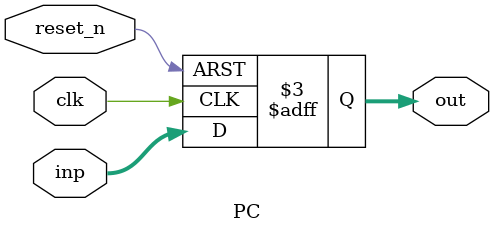
<source format=v>
module PC(
    input  clk,
    input  reset_n,
    input  [31:0] inp,
    output reg [31:0] out
    );       
always @(posedge clk, negedge reset_n)
begin 
 if (!reset_n)
     out <= 32'd0;
else
     out <= inp;
end
endmodule

</source>
